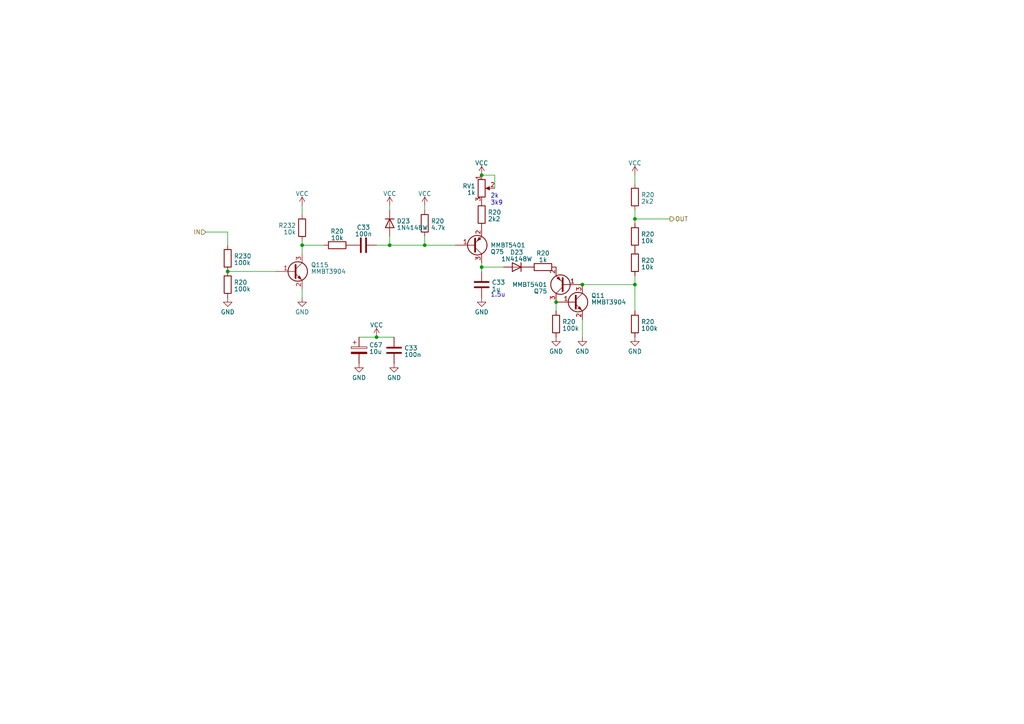
<source format=kicad_sch>
(kicad_sch (version 20230121) (generator eeschema)
  (paper "A4")
  (lib_symbols
    (symbol "Device:C" (pin_numbers hide) (pin_names (offset 0.254))
      (property "Reference" "C" (at 0.635 2.54 0))
      (property "Value" "C" (at 0.635 -2.54 0))
      (symbol "C_0_1"
        (polyline (pts (xy -2.032 -0.762) (xy 2.032 -0.762)) (stroke (width 0.508)))
        (polyline (pts (xy -2.032 0.762) (xy 2.032 0.762)) (stroke (width 0.508)))
      )
      (symbol "C_1_1"
        (pin passive line (at 0 3.81 270) (length 2.794) (name "~") (number "1"))
        (pin passive line (at 0 -3.81 90) (length 2.794) (name "~") (number "2"))
      )
    )
    (symbol "Device:C_Polarized" (pin_numbers hide) (pin_names (offset 0.254))
      (property "Reference" "C" (at 0.635 2.54 0))
      (property "Value" "C_Polarized" (at 0.635 -2.54 0))
      (symbol "C_Polarized_0_1"
        (rectangle (start -2.286 0.508) (end 2.286 1.016))
        (polyline (pts (xy -1.778 2.286) (xy -0.762 2.286)))
        (polyline (pts (xy -1.27 2.794) (xy -1.27 1.778)))
        (rectangle (start 2.286 -0.508) (end -2.286 -1.016) (fill (type outline)))
      )
      (symbol "C_Polarized_1_1"
        (pin passive line (at 0 3.81 270) (length 2.794) (name "~") (number "1"))
        (pin passive line (at 0 -3.81 90) (length 2.794) (name "~") (number "2"))
      )
    )
    (symbol "Device:D" (pin_numbers hide) (pin_names (offset 1.016) hide)
      (property "Reference" "D" (at 0 2.54 0))
      (property "Value" "D" (at 0 -2.54 0))
      (symbol "D_0_1"
        (polyline (pts (xy -1.27 1.27) (xy -1.27 -1.27)) (stroke (width 0.254)))
        (polyline (pts (xy 1.27 0) (xy -1.27 0)))
        (polyline (pts (xy 1.27 1.27) (xy 1.27 -1.27) (xy -1.27 0) (xy 1.27 1.27)) (stroke (width 0.254)))
      )
      (symbol "D_1_1"
        (pin passive line (at -3.81 0 0) (length 2.54) (name "K") (number "1"))
        (pin passive line (at 3.81 0 180) (length 2.54) (name "A") (number "2"))
      )
    )
    (symbol "Device:R" (pin_numbers hide) (pin_names (offset 0))
      (property "Reference" "R" (at 2.032 0 90))
      (property "Value" "R" (at 0 0 90))
      (symbol "R_0_1"
        (rectangle (start -1.016 -2.54) (end 1.016 2.54) (stroke (width 0.254)))
      )
      (symbol "R_1_1"
        (pin passive line (at 0 3.81 270) (length 1.27) (name "~") (number "1"))
        (pin passive line (at 0 -3.81 90) (length 1.27) (name "~") (number "2"))
      )
    )
    (symbol "Device:R_Potentiometer" (pin_names (offset 1.016) hide)
      (property "Reference" "RV" (at -4.445 0 90))
      (property "Value" "R_Potentiometer" (at -2.54 0 90))
      (symbol "R_Potentiometer_0_1"
        (polyline (pts (xy 2.54 0) (xy 1.524 0)))
        (polyline (pts (xy 1.143 0) (xy 2.286 0.508) (xy 2.286 -0.508) (xy 1.143 0)) (fill (type outline)))
        (rectangle (start 1.016 2.54) (end -1.016 -2.54) (stroke (width 0.254)))
      )
      (symbol "R_Potentiometer_1_1"
        (pin passive line (at 0 3.81 270) (length 1.27) (name "1") (number "1"))
        (pin passive line (at 3.81 0 180) (length 1.27) (name "2") (number "2"))
        (pin passive line (at 0 -3.81 90) (length 1.27) (name "3") (number "3"))
      )
    )
    (symbol "Transistor_BJT:MMBT3904" (pin_names (offset 0) hide)
      (property "Reference" "Q" (at 5.08 1.905 0))
      (property "Value" "MMBT3904" (at 5.08 0 0))
      (symbol "MMBT3904_0_1"
        (polyline (pts (xy 0.635 0.635) (xy 2.54 2.54)))
        (polyline (pts (xy 0.635 -0.635) (xy 2.54 -2.54) (xy 2.54 -2.54)))
        (polyline (pts (xy 0.635 1.905) (xy 0.635 -1.905) (xy 0.635 -1.905)) (stroke (width 0.508)))
        (polyline (pts (xy 1.27 -1.778) (xy 1.778 -1.27) (xy 2.286 -2.286) (xy 1.27 -1.778) (xy 1.27 -1.778)) (fill (type outline)))
        (circle (center 1.27 0) (radius 2.8194) (stroke (width 0.254)))
      )
      (symbol "MMBT3904_1_1"
        (pin input line (at -5.08 0 0) (length 5.715) (name "B") (number "1"))
        (pin passive line (at 2.54 -5.08 90) (length 2.54) (name "E") (number "2"))
        (pin passive line (at 2.54 5.08 270) (length 2.54) (name "C") (number "3"))
      )
    )
    (symbol "Transistor_BJT:MMBT3906" (pin_names (offset 0) hide)
      (property "Reference" "Q" (at 5.08 1.905 0))
      (property "Value" "MMBT3906" (at 5.08 0 0))
      (symbol "MMBT3906_0_1"
        (polyline (pts (xy 0.635 0.635) (xy 2.54 2.54)))
        (polyline (pts (xy 0.635 -0.635) (xy 2.54 -2.54) (xy 2.54 -2.54)))
        (polyline (pts (xy 0.635 1.905) (xy 0.635 -1.905) (xy 0.635 -1.905)) (stroke (width 0.508)))
        (polyline (pts (xy 2.286 -1.778) (xy 1.778 -2.286) (xy 1.27 -1.27) (xy 2.286 -1.778) (xy 2.286 -1.778)) (fill (type outline)))
        (circle (center 1.27 0) (radius 2.8194) (stroke (width 0.254)))
      )
      (symbol "MMBT3906_1_1"
        (pin input line (at -5.08 0 0) (length 5.715) (name "B") (number "1"))
        (pin passive line (at 2.54 -5.08 90) (length 2.54) (name "E") (number "2"))
        (pin passive line (at 2.54 5.08 270) (length 2.54) (name "C") (number "3"))
      )
    )
    (symbol "power:GND" (power) (pin_names (offset 0))
      (property "Value" "GND" (at 0 -3.81 0))
      (symbol "GND_0_1"
        (polyline (pts (xy 0 0) (xy 0 -1.27) (xy 1.27 -1.27) (xy 0 -2.54) (xy -1.27 -1.27) (xy 0 -1.27)))
      )
      (symbol "GND_1_1"
        (pin power_in line (at 0 0 270) (length 0) hide (name "GND") (number "1"))
      )
    )
    (symbol "power:VCC" (power) (pin_names (offset 0))
      (property "Value" "VCC" (at 0 3.81 0))
      (symbol "VCC_0_1"
        (polyline (pts (xy -0.762 1.27) (xy 0 2.54)))
        (polyline (pts (xy 0 0) (xy 0 2.54)))
        (polyline (pts (xy 0 2.54) (xy 0.762 1.27)))
      )
      (symbol "VCC_1_1"
        (pin power_in line (at 0 0 90) (length 0) hide (name "VCC") (number "1"))
      )
    )
  )
  (junction (at 113.03 71.12))
  (junction (at 161.29 87.63))
  (junction (at 87.63 71.12))
  (junction (at 109.22 97.79))
  (junction (at 184.15 82.55))
  (junction (at 66.04 78.74))
  (junction (at 123.19 71.12))
  (junction (at 184.15 63.5))
  (junction (at 168.91 82.55))
  (junction (at 139.7 50.8))
  (junction (at 139.7 77.47))
  (wire (pts (xy 66.04 78.74) (xy 80.01 78.74)))
  (wire (pts (xy 87.63 86.36) (xy 87.63 83.82)))
  (wire (pts (xy 143.51 50.8) (xy 139.7 50.8)))
  (wire (pts (xy 87.63 71.12) (xy 93.98 71.12)))
  (wire (pts (xy 168.91 82.55) (xy 184.15 82.55)))
  (wire (pts (xy 59.69 67.31) (xy 66.04 67.31)))
  (wire (pts (xy 123.19 59.69) (xy 123.19 60.96)))
  (wire (pts (xy 184.15 50.8) (xy 184.15 53.34)))
  (wire (pts (xy 168.91 97.79) (xy 168.91 92.71)))
  (wire (pts (xy 139.7 78.74) (xy 139.7 77.47)))
  (wire (pts (xy 123.19 71.12) (xy 113.03 71.12)))
  (wire (pts (xy 184.15 63.5) (xy 184.15 64.77)))
  (wire (pts (xy 113.03 68.58) (xy 113.03 71.12)))
  (wire (pts (xy 87.63 59.69) (xy 87.63 62.23)))
  (wire (pts (xy 184.15 80.01) (xy 184.15 82.55)))
  (wire (pts (xy 184.15 63.5) (xy 194.31 63.5)))
  (wire (pts (xy 87.63 69.85) (xy 87.63 71.12)))
  (wire (pts (xy 184.15 82.55) (xy 184.15 90.17)))
  (wire (pts (xy 139.7 77.47) (xy 139.7 76.2)))
  (wire (pts (xy 184.15 60.96) (xy 184.15 63.5)))
  (wire (pts (xy 139.7 77.47) (xy 146.05 77.47)))
  (wire (pts (xy 123.19 71.12) (xy 132.08 71.12)))
  (wire (pts (xy 113.03 59.69) (xy 113.03 60.96)))
  (wire (pts (xy 109.22 97.79) (xy 114.3 97.79)))
  (wire (pts (xy 123.19 68.58) (xy 123.19 71.12)))
  (wire (pts (xy 66.04 71.12) (xy 66.04 67.31)))
  (wire (pts (xy 87.63 71.12) (xy 87.63 73.66)))
  (wire (pts (xy 143.51 54.61) (xy 143.51 50.8)))
  (wire (pts (xy 161.29 90.17) (xy 161.29 87.63)))
  (wire (pts (xy 104.14 97.79) (xy 109.22 97.79)))
  (wire (pts (xy 113.03 71.12) (xy 109.22 71.12)))
  (text "1.5u" (at 142.24 86.36 0) (effects (font (size 1.27 1.27)) (justify left bottom)))
  (text "2k\n3k9" (at 142.24 59.69 0) (effects (font (size 1.27 1.27)) (justify left bottom)))
  (hierarchical_label "OUT" (shape output) (at 194.31 63.5 0))
  (hierarchical_label "IN" (shape input) (at 59.69 67.31 180))
  (symbol (lib_id "power:VCC") (at 87.63 59.69 0) (unit 1)
    (property "Reference" "#PWR022" (effects hide))
    (property "Value" "VCC" (at 87.63 56.1881 0))
    (instances (project "transistor_clock" (path "" (reference "#PWR022") (unit 1)) (path "" (reference "#PWR0114") (unit 1)) (path "" (reference "#PWR0191") (unit 1)) (path "" (reference "#PWR0222") (unit 1))))
  )
  (symbol (lib_id "Device:R") (at 66.04 74.93 0) (unit 1)
    (property "Reference" "R230" (at 67.818 74.2863 0) (effects (justify left)))
    (property "Value" "100k" (at 67.818 76.2073 0) (effects (justify left)))
    (property "Footprint" "Resistor_SMD:R_0603_1608Metric" (effects hide))
    (property "Assembly" "True" (effects hide))
    (property "LCSC_PN" "C25803" (effects hide))
    (property "Price" "0.0009" (effects hide))
    (instances (project "transistor_clock" (path "" (reference "R230") (unit 1)) (path "" (reference "R20") (unit 1)) (path "" (reference "R56") (unit 1)) (path "" (reference "R147") (unit 1)) (path "" (reference "R226") (unit 1))))
  )
  (symbol (lib_id "Transistor_BJT:MMBT3906") (at 163.83 82.55 180) (unit 1)
    (property "Reference" "Q75" (at 158.75 84.455 0) (effects (justify left)))
    (property "Value" "MMBT5401" (at 158.75 82.55 0) (effects (justify left)))
    (property "Footprint" "Package_TO_SOT_SMD:SOT-23" (effects hide))
    (property "Datasheet" "https://www.onsemi.com/pub/Collateral/2N3906-D.PDF" (effects hide))
    (property "Assembly" "True" (effects hide))
    (property "LCSC_PN" "C8326" (effects hide))
    (property "Price" "0.0137" (effects hide))
    (instances (project "transistor_clock" (path "" (reference "Q75") (unit 1)) (path "" (reference "Q10") (unit 1)) (path "" (reference "Q9") (unit 1)) (path "" (reference "Q117") (unit 1))))
  )
  (symbol (lib_id "Device:R") (at 97.79 71.12 90) (unit 1)
    (property "Reference" "R20" (at 97.79 67.0941 90))
    (property "Value" "10k" (at 97.79 69.0151 90))
    (property "Footprint" "Resistor_SMD:R_0603_1608Metric" (effects hide))
    (property "Assembly" "True" (effects hide))
    (property "LCSC_PN" "C25804" (effects hide))
    (property "Price" "0.0008" (effects hide))
    (instances (project "transistor_clock" (path "" (reference "R20") (unit 1)) (path "" (reference "R56") (unit 1)) (path "" (reference "R147") (unit 1)) (path "" (reference "R241") (unit 1)) (path "" (reference "R233") (unit 1))))
  )
  (symbol (lib_id "power:GND") (at 66.04 86.36 0) (unit 1)
    (property "Reference" "#PWR09" (effects hide))
    (property "Value" "GND" (at 66.04 90.4955 0))
    (instances (project "transistor_clock" (path "" (reference "#PWR09") (unit 1)) (path "" (reference "#PWR0112") (unit 1)) (path "" (reference "#PWR0181") (unit 1)) (path "" (reference "#PWR0221") (unit 1))))
  )
  (symbol (lib_id "power:GND") (at 184.15 97.79 0) (unit 1)
    (property "Reference" "#PWR09" (effects hide))
    (property "Value" "GND" (at 184.15 101.9255 0))
    (instances (project "transistor_clock" (path "" (reference "#PWR09") (unit 1)) (path "" (reference "#PWR0112") (unit 1)) (path "" (reference "#PWR0181") (unit 1)) (path "" (reference "#PWR0236") (unit 1))))
  )
  (symbol (lib_id "power:VCC") (at 123.19 59.69 0) (unit 1)
    (property "Reference" "#PWR022" (effects hide))
    (property "Value" "VCC" (at 123.19 56.1881 0))
    (instances (project "transistor_clock" (path "" (reference "#PWR022") (unit 1)) (path "" (reference "#PWR0114") (unit 1)) (path "" (reference "#PWR0191") (unit 1)) (path "" (reference "#PWR0228") (unit 1))))
  )
  (symbol (lib_id "power:VCC") (at 139.7 50.8 0) (unit 1)
    (property "Reference" "#PWR022" (effects hide))
    (property "Value" "VCC" (at 139.7 47.2981 0))
    (instances (project "transistor_clock" (path "" (reference "#PWR022") (unit 1)) (path "" (reference "#PWR0114") (unit 1)) (path "" (reference "#PWR0191") (unit 1)) (path "" (reference "#PWR0229") (unit 1))))
  )
  (symbol (lib_id "Device:C") (at 114.3 101.6 180) (unit 1)
    (property "Reference" "C33" (at 117.221 100.9563 0) (effects (justify right)))
    (property "Value" "100n" (at 117.221 102.8773 0) (effects (justify right)))
    (property "Footprint" "Capacitor_SMD:C_0603_1608Metric" (effects hide))
    (property "LCSC_PN" "C14663" (effects hide))
    (property "Price" "0.0021" (effects hide))
    (instances (project "transistor_clock" (path "" (reference "C33") (unit 1)) (path "" (reference "C2") (unit 1)) (path "" (reference "C1") (unit 1)) (path "" (reference "C69") (unit 1))))
  )
  (symbol (lib_id "Transistor_BJT:MMBT3906") (at 137.16 71.12 0) (mirror x) (unit 1)
    (property "Reference" "Q75" (at 142.24 73.025 0) (effects (justify left)))
    (property "Value" "MMBT5401" (at 142.24 71.12 0) (effects (justify left)))
    (property "Footprint" "Package_TO_SOT_SMD:SOT-23" (effects hide))
    (property "Datasheet" "https://www.onsemi.com/pub/Collateral/2N3906-D.PDF" (effects hide))
    (property "Assembly" "True" (effects hide))
    (property "LCSC_PN" "C8326" (effects hide))
    (property "Price" "0.0137" (effects hide))
    (instances (project "transistor_clock" (path "" (reference "Q75") (unit 1)) (path "" (reference "Q10") (unit 1)) (path "" (reference "Q9") (unit 1)) (path "" (reference "Q116") (unit 1))))
  )
  (symbol (lib_id "Device:R") (at 87.63 66.04 0) (unit 1)
    (property "Reference" "R232" (at 85.8521 65.3963 0) (effects (justify right)))
    (property "Value" "10k" (at 85.8521 67.3173 0) (effects (justify right)))
    (property "Footprint" "Resistor_SMD:R_0603_1608Metric" (effects hide))
    (property "Assembly" "True" (effects hide))
    (property "LCSC_PN" "C25804" (effects hide))
    (property "Price" "0.0008" (effects hide))
    (instances (project "transistor_clock" (path "" (reference "R232") (unit 1)) (path "" (reference "R241") (unit 1)) (path "" (reference "R147") (unit 1)) (path "" (reference "R56") (unit 1)) (path "" (reference "R20") (unit 1))))
  )
  (symbol (lib_id "Device:C") (at 139.7 82.55 180) (unit 1)
    (property "Reference" "C33" (at 142.621 81.9063 0) (effects (justify right)))
    (property "Value" "1u" (at 142.621 83.8273 0) (effects (justify right)))
    (property "Footprint" "Capacitor_SMD:C_0805_2012Metric" (effects hide))
    (instances (project "transistor_clock" (path "" (reference "C33") (unit 1)) (path "" (reference "C2") (unit 1)) (path "" (reference "C1") (unit 1)) (path "" (reference "C70") (unit 1))))
  )
  (symbol (lib_id "Transistor_BJT:MMBT3904") (at 166.37 87.63 0) (unit 1)
    (property "Reference" "Q11" (at 171.45 85.725 0) (effects (justify left)))
    (property "Value" "MMBT3904" (at 171.45 87.63 0) (effects (justify left)))
    (property "Footprint" "Package_TO_SOT_SMD:SOT-23" (effects hide))
    (property "Datasheet" "https://www.onsemi.com/pub/Collateral/2N3903-D.PDF" (effects hide))
    (property "Assembly" "True" (effects hide))
    (property "LCSC_PN" "C20526" (effects hide))
    (property "Price" "0.0094" (effects hide))
    (instances (project "transistor_clock" (path "" (reference "Q11") (unit 1)) (path "" (reference "Q28") (unit 1)) (path "" (reference "Q74") (unit 1)) (path "" (reference "Q113") (unit 1)) (path "" (reference "Q118") (unit 1))))
  )
  (symbol (lib_id "Device:C_Polarized") (at 104.14 101.6 0) (unit 1)
    (property "Reference" "C67" (at 107.061 100.0673 0) (effects (justify left)))
    (property "Value" "10u" (at 107.061 101.9883 0) (effects (justify left)))
    (property "Footprint" "Capacitor_SMD:C_0805_2012Metric" (effects hide))
    (property "Assembly" "True" (effects hide))
    (property "LCSC_PN" "C15850" (effects hide))
    (property "Price" "0.0105" (effects hide))
  )
  (symbol (lib_id "Device:R") (at 184.15 76.2 0) (unit 1)
    (property "Reference" "R20" (at 185.928 75.5563 0) (effects (justify left)))
    (property "Value" "10k" (at 185.928 77.4773 0) (effects (justify left)))
    (property "Footprint" "Resistor_SMD:R_0603_1608Metric" (effects hide))
    (property "Assembly" "True" (effects hide))
    (property "LCSC_PN" "C25804" (effects hide))
    (property "Price" "0.0008" (effects hide))
    (instances (project "transistor_clock" (path "" (reference "R20") (unit 1)) (path "" (reference "R238") (unit 1)) (path "" (reference "R225") (unit 1)) (path "" (reference "R147") (unit 1)) (path "" (reference "R56") (unit 1))))
  )
  (symbol (lib_id "power:GND") (at 104.14 105.41 0) (unit 1)
    (property "Reference" "#PWR09" (effects hide))
    (property "Value" "GND" (at 104.14 109.5455 0))
    (instances (project "transistor_clock" (path "" (reference "#PWR09") (unit 1)) (path "" (reference "#PWR0112") (unit 1)) (path "" (reference "#PWR0181") (unit 1)) (path "" (reference "#PWR0224") (unit 1))))
  )
  (symbol (lib_id "Device:R") (at 123.19 64.77 180) (unit 1)
    (property "Reference" "R20" (at 124.968 64.1263 0) (effects (justify right)))
    (property "Value" "4.7k" (at 124.968 66.0473 0) (effects (justify right)))
    (property "Footprint" "Resistor_SMD:R_0603_1608Metric" (effects hide))
    (instances (project "transistor_clock" (path "" (reference "R20") (unit 1)) (path "" (reference "R234") (unit 1)) (path "" (reference "R241") (unit 1)) (path "" (reference "R147") (unit 1)) (path "" (reference "R56") (unit 1))))
  )
  (symbol (lib_id "Device:R") (at 66.04 82.55 0) (unit 1)
    (property "Reference" "R20" (at 67.818 81.9063 0) (effects (justify left)))
    (property "Value" "100k" (at 67.818 83.8273 0) (effects (justify left)))
    (property "Footprint" "Resistor_SMD:R_0603_1608Metric" (effects hide))
    (property "Assembly" "True" (effects hide))
    (property "LCSC_PN" "C25803" (effects hide))
    (property "Price" "0.0009" (effects hide))
    (instances (project "transistor_clock" (path "" (reference "R20") (unit 1)) (path "" (reference "R56") (unit 1)) (path "" (reference "R147") (unit 1)) (path "" (reference "R225") (unit 1)) (path "" (reference "R231") (unit 1))))
  )
  (symbol (lib_id "power:VCC") (at 113.03 59.69 0) (unit 1)
    (property "Reference" "#PWR022" (effects hide))
    (property "Value" "VCC" (at 113.03 56.1881 0))
    (instances (project "transistor_clock" (path "" (reference "#PWR022") (unit 1)) (path "" (reference "#PWR0114") (unit 1)) (path "" (reference "#PWR0191") (unit 1)) (path "" (reference "#PWR0226") (unit 1))))
  )
  (symbol (lib_id "power:GND") (at 139.7 86.36 0) (unit 1)
    (property "Reference" "#PWR09" (effects hide))
    (property "Value" "GND" (at 139.7 90.4955 0))
    (instances (project "transistor_clock" (path "" (reference "#PWR09") (unit 1)) (path "" (reference "#PWR0112") (unit 1)) (path "" (reference "#PWR0181") (unit 1)) (path "" (reference "#PWR0230") (unit 1))))
  )
  (symbol (lib_id "Device:R") (at 139.7 62.23 180) (unit 1)
    (property "Reference" "R20" (at 141.478 61.5863 0) (effects (justify right)))
    (property "Value" "2k2" (at 141.478 63.5073 0) (effects (justify right)))
    (property "Footprint" "Resistor_SMD:R_0603_1608Metric" (effects hide))
    (property "Assembly" "True" (effects hide))
    (property "LCSC_PN" "C4190" (effects hide))
    (property "Price" "0.0009" (effects hide))
    (instances (project "transistor_clock" (path "" (reference "R20") (unit 1)) (path "" (reference "R235") (unit 1)) (path "" (reference "R241") (unit 1)) (path "" (reference "R147") (unit 1)) (path "" (reference "R56") (unit 1))))
  )
  (symbol (lib_id "Device:R") (at 184.15 93.98 0) (unit 1)
    (property "Reference" "R20" (at 185.928 93.3363 0) (effects (justify left)))
    (property "Value" "100k" (at 185.928 95.2573 0) (effects (justify left)))
    (property "Footprint" "Resistor_SMD:R_0603_1608Metric" (effects hide))
    (property "Assembly" "True" (effects hide))
    (property "LCSC_PN" "C25803" (effects hide))
    (property "Price" "0.0009" (effects hide))
    (instances (project "transistor_clock" (path "" (reference "R20") (unit 1)) (path "" (reference "R242") (unit 1)) (path "" (reference "R225") (unit 1)) (path "" (reference "R147") (unit 1)) (path "" (reference "R56") (unit 1))))
  )
  (symbol (lib_id "power:GND") (at 114.3 105.41 0) (unit 1)
    (property "Reference" "#PWR09" (effects hide))
    (property "Value" "GND" (at 114.3 109.5455 0))
    (instances (project "transistor_clock" (path "" (reference "#PWR09") (unit 1)) (path "" (reference "#PWR0112") (unit 1)) (path "" (reference "#PWR0181") (unit 1)) (path "" (reference "#PWR0227") (unit 1))))
  )
  (symbol (lib_id "power:GND") (at 87.63 86.36 0) (unit 1)
    (property "Reference" "#PWR09" (effects hide))
    (property "Value" "GND" (at 87.63 90.4955 0))
    (instances (project "transistor_clock" (path "" (reference "#PWR09") (unit 1)) (path "" (reference "#PWR0112") (unit 1)) (path "" (reference "#PWR0181") (unit 1)) (path "" (reference "#PWR0223") (unit 1))))
  )
  (symbol (lib_id "Device:R") (at 161.29 93.98 0) (unit 1)
    (property "Reference" "R20" (at 163.068 93.3363 0) (effects (justify left)))
    (property "Value" "100k" (at 163.068 95.2573 0) (effects (justify left)))
    (property "Footprint" "Resistor_SMD:R_0603_1608Metric" (effects hide))
    (property "Assembly" "True" (effects hide))
    (property "LCSC_PN" "C25803" (effects hide))
    (property "Price" "0.0009" (effects hide))
    (instances (project "transistor_clock" (path "" (reference "R20") (unit 1)) (path "" (reference "R239") (unit 1)) (path "" (reference "R225") (unit 1)) (path "" (reference "R147") (unit 1)) (path "" (reference "R56") (unit 1))))
  )
  (symbol (lib_id "Device:R") (at 184.15 57.15 0) (unit 1)
    (property "Reference" "R20" (at 185.928 56.5063 0) (effects (justify left)))
    (property "Value" "2k2" (at 185.928 58.4273 0) (effects (justify left)))
    (property "Footprint" "Resistor_SMD:R_0603_1608Metric" (effects hide))
    (property "Assembly" "True" (effects hide))
    (property "LCSC_PN" "C4190" (effects hide))
    (property "Price" "0.0009" (effects hide))
    (instances (project "transistor_clock" (path "" (reference "R20") (unit 1)) (path "" (reference "R56") (unit 1)) (path "" (reference "R147") (unit 1)) (path "" (reference "R241") (unit 1)) (path "" (reference "R240") (unit 1))))
  )
  (symbol (lib_id "Device:C") (at 105.41 71.12 90) (unit 1)
    (property "Reference" "C33" (at 105.41 65.9511 90))
    (property "Value" "100n" (at 105.41 67.8721 90))
    (property "Footprint" "Capacitor_SMD:C_0603_1608Metric" (effects hide))
    (property "LCSC_PN" "C14663" (effects hide))
    (property "Price" "0.0021" (effects hide))
    (instances (project "transistor_clock" (path "" (reference "C33") (unit 1)) (path "" (reference "C2") (unit 1)) (path "" (reference "C1") (unit 1)) (path "" (reference "C68") (unit 1))))
  )
  (symbol (lib_id "Device:R") (at 184.15 68.58 0) (unit 1)
    (property "Reference" "R20" (at 185.928 67.9363 0) (effects (justify left)))
    (property "Value" "10k" (at 185.928 69.8573 0) (effects (justify left)))
    (property "Footprint" "Resistor_SMD:R_0603_1608Metric" (effects hide))
    (property "Assembly" "True" (effects hide))
    (property "LCSC_PN" "C25804" (effects hide))
    (property "Price" "0.0008" (effects hide))
    (instances (project "transistor_clock" (path "" (reference "R20") (unit 1)) (path "" (reference "R241") (unit 1)) (path "" (reference "R225") (unit 1)) (path "" (reference "R147") (unit 1)) (path "" (reference "R56") (unit 1))))
  )
  (symbol (lib_id "Device:D") (at 149.86 77.47 180) (unit 1)
    (property "Reference" "D23" (at 149.86 73.1901 0))
    (property "Value" "1N4148W" (at 149.86 75.1111 0))
    (property "Footprint" "Diode_SMD:D_SOD-123" (effects hide))
    (property "Sim.Device" "D" (effects hide))
    (property "Sim.Pins" "1=K 2=A" (effects hide))
    (property "Assembly" "True" (effects hide))
    (property "LCSC_PN" "C81598" (effects hide))
    (property "Price" "0.0061" (effects hide))
    (instances (project "transistor_clock" (path "" (reference "D23") (unit 1)) (path "" (reference "D124") (unit 1)) (path "" (reference "D22") (unit 1)) (path "" (reference "D290") (unit 1))))
  )
  (symbol (lib_id "power:GND") (at 161.29 97.79 0) (unit 1)
    (property "Reference" "#PWR09" (effects hide))
    (property "Value" "GND" (at 161.29 101.9255 0))
    (instances (project "transistor_clock" (path "" (reference "#PWR09") (unit 1)) (path "" (reference "#PWR0112") (unit 1)) (path "" (reference "#PWR0181") (unit 1)) (path "" (reference "#PWR0233") (unit 1))))
  )
  (symbol (lib_id "Transistor_BJT:MMBT3904") (at 85.09 78.74 0) (unit 1)
    (property "Reference" "Q115" (at 90.17 76.835 0) (effects (justify left)))
    (property "Value" "MMBT3904" (at 90.17 78.74 0) (effects (justify left)))
    (property "Footprint" "Package_TO_SOT_SMD:SOT-23" (effects hide))
    (property "Datasheet" "https://www.onsemi.com/pub/Collateral/2N3903-D.PDF" (effects hide))
    (property "Assembly" "True" (effects hide))
    (property "LCSC_PN" "C20526" (effects hide))
    (property "Price" "0.0094" (effects hide))
    (instances (project "transistor_clock" (path "" (reference "Q115") (unit 1)) (path "" (reference "Q113") (unit 1)) (path "" (reference "Q74") (unit 1)) (path "" (reference "Q28") (unit 1)) (path "" (reference "Q11") (unit 1))))
  )
  (symbol (lib_id "power:VCC") (at 184.15 50.8 0) (unit 1)
    (property "Reference" "#PWR022" (effects hide))
    (property "Value" "VCC" (at 184.15 47.2981 0))
    (instances (project "transistor_clock" (path "" (reference "#PWR022") (unit 1)) (path "" (reference "#PWR0114") (unit 1)) (path "" (reference "#PWR0191") (unit 1)) (path "" (reference "#PWR0235") (unit 1))))
  )
  (symbol (lib_id "Device:R_Potentiometer") (at 139.7 54.61 0) (unit 1)
    (property "Reference" "RV1" (at 137.9221 53.9663 0) (effects (justify right)))
    (property "Value" "1k" (at 137.9221 55.8873 0) (effects (justify right)))
    (property "Footprint" "Potentiometer_THT:Potentiometer_Vishay_T73YP_Vertical" (effects hide))
    (property "Assembly" "False" (effects hide))
  )
  (symbol (lib_id "power:VCC") (at 109.22 97.79 0) (unit 1)
    (property "Reference" "#PWR022" (effects hide))
    (property "Value" "VCC" (at 109.22 94.2881 0))
    (instances (project "transistor_clock" (path "" (reference "#PWR022") (unit 1)) (path "" (reference "#PWR0114") (unit 1)) (path "" (reference "#PWR0191") (unit 1)) (path "" (reference "#PWR0225") (unit 1))))
  )
  (symbol (lib_id "Device:R") (at 157.48 77.47 90) (unit 1)
    (property "Reference" "R20" (at 157.48 73.4441 90))
    (property "Value" "1k" (at 157.48 75.3651 90))
    (property "Footprint" "Resistor_SMD:R_0603_1608Metric" (effects hide))
    (property "Assembly" "True" (effects hide))
    (property "LCSC_PN" "C21190" (effects hide))
    (property "Price" "0.0005" (effects hide))
    (instances (project "transistor_clock" (path "" (reference "R20") (unit 1)) (path "" (reference "R236") (unit 1)) (path "" (reference "R241") (unit 1)) (path "" (reference "R147") (unit 1)) (path "" (reference "R56") (unit 1))))
  )
  (symbol (lib_id "power:GND") (at 168.91 97.79 0) (unit 1)
    (property "Reference" "#PWR09" (effects hide))
    (property "Value" "GND" (at 168.91 101.9255 0))
    (instances (project "transistor_clock" (path "" (reference "#PWR09") (unit 1)) (path "" (reference "#PWR0112") (unit 1)) (path "" (reference "#PWR0181") (unit 1)) (path "" (reference "#PWR0234") (unit 1))))
  )
  (symbol (lib_id "Device:D") (at 113.03 64.77 270) (unit 1)
    (property "Reference" "D23" (at 115.062 64.1263 90) (effects (justify left)))
    (property "Value" "1N4148W" (at 115.062 66.0473 90) (effects (justify left)))
    (property "Footprint" "Diode_SMD:D_SOD-123" (effects hide))
    (property "Sim.Device" "D" (effects hide))
    (property "Sim.Pins" "1=K 2=A" (effects hide))
    (property "Assembly" "True" (effects hide))
    (property "LCSC_PN" "C81598" (effects hide))
    (property "Price" "0.0061" (effects hide))
    (instances (project "transistor_clock" (path "" (reference "D23") (unit 1)) (path "" (reference "D22") (unit 1)) (path "" (reference "D289") (unit 1)) (path "" (reference "D124") (unit 1))))
  )
)
</source>
